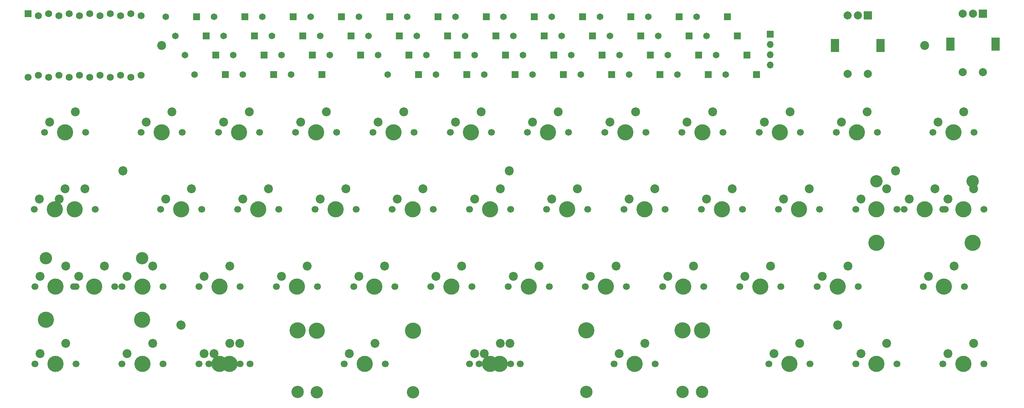
<source format=gbs>
%TF.GenerationSoftware,KiCad,Pcbnew,(6.0.0-0)*%
%TF.CreationDate,2022-06-27T19:03:58+02:00*%
%TF.ProjectId,litl,6c69746c-2e6b-4696-9361-645f70636258,rev?*%
%TF.SameCoordinates,Original*%
%TF.FileFunction,Soldermask,Bot*%
%TF.FilePolarity,Negative*%
%FSLAX46Y46*%
G04 Gerber Fmt 4.6, Leading zero omitted, Abs format (unit mm)*
G04 Created by KiCad (PCBNEW (6.0.0-0)) date 2022-06-27 19:03:58*
%MOMM*%
%LPD*%
G01*
G04 APERTURE LIST*
%ADD10C,2.200000*%
%ADD11C,1.700000*%
%ADD12C,4.000000*%
%ADD13C,1.651000*%
%ADD14R,1.651000X1.651000*%
%ADD15C,3.050000*%
%ADD16R,2.000000X3.200000*%
%ADD17R,2.000000X2.000000*%
%ADD18C,2.000000*%
%ADD19R,1.700000X1.700000*%
%ADD20O,1.700000X1.700000*%
%ADD21R,1.752600X1.752600*%
%ADD22C,1.752600*%
G04 APERTURE END LIST*
D10*
X66850000Y-105050000D03*
D11*
X110130000Y-76400000D03*
D12*
X105050000Y-76400000D03*
D11*
X99970000Y-76400000D03*
D10*
X107590000Y-71320000D03*
X101240000Y-73860000D03*
D11*
X100580000Y-95500000D03*
X90420000Y-95500000D03*
D12*
X95500000Y-95500000D03*
D10*
X98040000Y-90420000D03*
X91690000Y-92960000D03*
D13*
X103627500Y-38200000D03*
D14*
X111247500Y-38200000D03*
D10*
X62075000Y-35812500D03*
D11*
X52220000Y-95500000D03*
D12*
X57300000Y-95500000D03*
D11*
X62380000Y-95500000D03*
D10*
X59840000Y-90420000D03*
X53490000Y-92960000D03*
X52512500Y-66800000D03*
D12*
X57262500Y-103720000D03*
X45362500Y-95480000D03*
X33462500Y-103720000D03*
D11*
X50442500Y-95480000D03*
X40282500Y-95480000D03*
D15*
X33462500Y-88480000D03*
X57262500Y-88480000D03*
D10*
X47902500Y-90400000D03*
X41552500Y-92940000D03*
X66837500Y-105000000D03*
D13*
X125115000Y-33425000D03*
D14*
X132735000Y-33425000D03*
D13*
X134665000Y-28650000D03*
D14*
X142285000Y-28650000D03*
D11*
X255157500Y-76400000D03*
D12*
X260237500Y-76400000D03*
D11*
X265317500Y-76400000D03*
D10*
X262777500Y-71320000D03*
X256427500Y-73860000D03*
D13*
X67815000Y-38200000D03*
D14*
X75435000Y-38200000D03*
D11*
X185920000Y-95500000D03*
D12*
X191000000Y-95500000D03*
D11*
X196080000Y-95500000D03*
D10*
X193540000Y-90420000D03*
X187190000Y-92960000D03*
D12*
X138475000Y-57300000D03*
D11*
X143555000Y-57300000D03*
X133395000Y-57300000D03*
D10*
X141015000Y-52220000D03*
X134665000Y-54760000D03*
D11*
X212182500Y-114600000D03*
X222342500Y-114600000D03*
D12*
X217262500Y-114600000D03*
D10*
X219802500Y-109520000D03*
X213452500Y-112060000D03*
D13*
X101240000Y-33425000D03*
D14*
X108860000Y-33425000D03*
D13*
X63040000Y-28650000D03*
D14*
X70660000Y-28650000D03*
D11*
X124455000Y-57300000D03*
X114295000Y-57300000D03*
D12*
X119375000Y-57300000D03*
D10*
X121915000Y-52220000D03*
X115565000Y-54760000D03*
D13*
X172865000Y-33425000D03*
D14*
X180485000Y-33425000D03*
D11*
X166820000Y-95500000D03*
X176980000Y-95500000D03*
D12*
X171900000Y-95500000D03*
D10*
X174440000Y-90420000D03*
X168090000Y-92960000D03*
D13*
X77365000Y-33425000D03*
D14*
X84985000Y-33425000D03*
D13*
X115565000Y-38200000D03*
D14*
X123185000Y-38200000D03*
D12*
X133700000Y-95500000D03*
D11*
X138780000Y-95500000D03*
X128620000Y-95500000D03*
D10*
X136240000Y-90420000D03*
X129890000Y-92960000D03*
D15*
X238787500Y-69400000D03*
D12*
X238787500Y-84640000D03*
D11*
X245607500Y-76400000D03*
X255767500Y-76400000D03*
D12*
X262587500Y-84640000D03*
D15*
X262587500Y-69400000D03*
D12*
X250687500Y-76400000D03*
D10*
X253227500Y-71320000D03*
X246877500Y-73860000D03*
D13*
X165702500Y-42975000D03*
D14*
X173322500Y-42975000D03*
D12*
X167080000Y-106350000D03*
X190880000Y-106350000D03*
D15*
X167080000Y-121590000D03*
X190880000Y-121590000D03*
D12*
X178980000Y-114590000D03*
D11*
X173900000Y-114590000D03*
X184060000Y-114590000D03*
D10*
X181520000Y-109510000D03*
X175170000Y-112050000D03*
D11*
X148340000Y-114650000D03*
X138180000Y-114650000D03*
D12*
X143260000Y-114650000D03*
D10*
X145800000Y-109570000D03*
X139450000Y-112110000D03*
D13*
X79752500Y-38200000D03*
D14*
X87372500Y-38200000D03*
D11*
X30580000Y-76400000D03*
D12*
X35660000Y-76400000D03*
D11*
X40740000Y-76400000D03*
D10*
X38200000Y-71320000D03*
X31850000Y-73860000D03*
D12*
X176675000Y-57300000D03*
D11*
X181755000Y-57300000D03*
X171595000Y-57300000D03*
D10*
X179215000Y-52220000D03*
X172865000Y-54760000D03*
D11*
X252770000Y-57300000D03*
X262930000Y-57300000D03*
D12*
X257850000Y-57300000D03*
D10*
X260390000Y-52220000D03*
X254040000Y-54760000D03*
D13*
X201515000Y-42975000D03*
D14*
X209135000Y-42975000D03*
D13*
X86915000Y-28650000D03*
D14*
X94535000Y-28650000D03*
D10*
X243512500Y-66800000D03*
D11*
X71320000Y-95500000D03*
D12*
X76400000Y-95500000D03*
D11*
X81480000Y-95500000D03*
D10*
X78940000Y-90420000D03*
X72590000Y-92960000D03*
D13*
X196740000Y-33425000D03*
D14*
X204360000Y-33425000D03*
D11*
X119680000Y-95500000D03*
D12*
X114600000Y-95500000D03*
D11*
X109520000Y-95500000D03*
D10*
X117140000Y-90420000D03*
X110790000Y-92960000D03*
D12*
X38200000Y-57300000D03*
D11*
X33120000Y-57300000D03*
X43280000Y-57300000D03*
D10*
X40740000Y-52220000D03*
X34390000Y-54760000D03*
D12*
X81175000Y-57300000D03*
D11*
X86255000Y-57300000D03*
X76095000Y-57300000D03*
D10*
X83715000Y-52220000D03*
X77365000Y-54760000D03*
X148025000Y-66850000D03*
D13*
X127502500Y-38200000D03*
D14*
X135122500Y-38200000D03*
D13*
X187190000Y-38200000D03*
D14*
X194810000Y-38200000D03*
D13*
X158540000Y-28650000D03*
D14*
X166160000Y-28650000D03*
D12*
X57300000Y-114600000D03*
D11*
X52220000Y-114600000D03*
X62380000Y-114600000D03*
D10*
X59840000Y-109520000D03*
X53490000Y-112060000D03*
X229200000Y-105050000D03*
X52525000Y-66850000D03*
D16*
X228555400Y-35812500D03*
X239755400Y-35812500D03*
D17*
X236655400Y-28312500D03*
D18*
X231655400Y-28312500D03*
X234155400Y-28312500D03*
X231655400Y-42812500D03*
X236655400Y-42812500D03*
D12*
X214875000Y-57300000D03*
D11*
X219955000Y-57300000D03*
X209795000Y-57300000D03*
D10*
X217415000Y-52220000D03*
X211065000Y-54760000D03*
D13*
X94077500Y-42975000D03*
D14*
X101697500Y-42975000D03*
D13*
X148990000Y-33425000D03*
D14*
X156610000Y-33425000D03*
D13*
X160927500Y-33425000D03*
D14*
X168547500Y-33425000D03*
D11*
X195470000Y-76400000D03*
X205630000Y-76400000D03*
D12*
X200550000Y-76400000D03*
D10*
X203090000Y-71320000D03*
X196740000Y-73860000D03*
D12*
X181450000Y-76400000D03*
D11*
X176370000Y-76400000D03*
X186530000Y-76400000D03*
D10*
X183990000Y-71320000D03*
X177640000Y-73860000D03*
D13*
X194352500Y-28650000D03*
D14*
X201972500Y-28650000D03*
D13*
X117952500Y-42975000D03*
D14*
X125572500Y-42975000D03*
D13*
X163315000Y-38200000D03*
D14*
X170935000Y-38200000D03*
D12*
X124150000Y-76400000D03*
D11*
X129230000Y-76400000D03*
X119070000Y-76400000D03*
D10*
X126690000Y-71320000D03*
X120340000Y-73860000D03*
D11*
X80870000Y-76400000D03*
X91030000Y-76400000D03*
D12*
X85950000Y-76400000D03*
D10*
X88490000Y-71320000D03*
X82140000Y-73860000D03*
D13*
X199127500Y-38200000D03*
D14*
X206747500Y-38200000D03*
D16*
X257025000Y-35427000D03*
X268225000Y-35427000D03*
D17*
X265125000Y-27927000D03*
D18*
X260125000Y-27927000D03*
X262625000Y-27927000D03*
X260125000Y-42427000D03*
X265125000Y-42427000D03*
D10*
X229187500Y-105000000D03*
D11*
X105355000Y-57300000D03*
X95195000Y-57300000D03*
D12*
X100275000Y-57300000D03*
D10*
X102815000Y-52220000D03*
X96465000Y-54760000D03*
D13*
X98852500Y-28650000D03*
D14*
X106472500Y-28650000D03*
D10*
X243525000Y-66850000D03*
D11*
X138170000Y-76400000D03*
D12*
X143250000Y-76400000D03*
D11*
X148330000Y-76400000D03*
D10*
X145790000Y-71320000D03*
X139440000Y-73860000D03*
D11*
X265317500Y-114600000D03*
D12*
X260237500Y-114600000D03*
D11*
X255157500Y-114600000D03*
D10*
X262777500Y-109520000D03*
X256427500Y-112060000D03*
D13*
X110790000Y-28650000D03*
D14*
X118410000Y-28650000D03*
D11*
X162655000Y-57300000D03*
D12*
X157575000Y-57300000D03*
D11*
X152495000Y-57300000D03*
D10*
X160115000Y-52220000D03*
X153765000Y-54760000D03*
D13*
X137052500Y-33425000D03*
D14*
X144672500Y-33425000D03*
D11*
X167430000Y-76400000D03*
X157270000Y-76400000D03*
D12*
X162350000Y-76400000D03*
D10*
X164890000Y-71320000D03*
X158540000Y-73860000D03*
D11*
X200855000Y-57300000D03*
X190695000Y-57300000D03*
D12*
X195775000Y-57300000D03*
D10*
X198315000Y-52220000D03*
X191965000Y-54760000D03*
D11*
X30732500Y-114600000D03*
X40892500Y-114600000D03*
D12*
X35812500Y-114600000D03*
D10*
X38352500Y-109520000D03*
X32002500Y-112060000D03*
D12*
X229200000Y-95500000D03*
D11*
X224120000Y-95500000D03*
X234280000Y-95500000D03*
D10*
X231740000Y-90420000D03*
X225390000Y-92960000D03*
D12*
X145637500Y-114610000D03*
X195637500Y-106370000D03*
X95637500Y-106370000D03*
D15*
X95637500Y-121610000D03*
D11*
X150717500Y-114610000D03*
X140557500Y-114610000D03*
D15*
X195637500Y-121610000D03*
D10*
X148177500Y-109530000D03*
X141827500Y-112070000D03*
D13*
X153765000Y-42975000D03*
D14*
X161385000Y-42975000D03*
D13*
X65427500Y-33425000D03*
D14*
X73047500Y-33425000D03*
D13*
X177640000Y-42975000D03*
D14*
X185260000Y-42975000D03*
D11*
X224730000Y-76400000D03*
X214570000Y-76400000D03*
D12*
X219650000Y-76400000D03*
D10*
X222190000Y-71320000D03*
X215840000Y-73860000D03*
D19*
X212487500Y-32967500D03*
D20*
X212487500Y-35507500D03*
X212487500Y-38047500D03*
X212487500Y-40587500D03*
D11*
X233670000Y-114600000D03*
X243830000Y-114600000D03*
D12*
X238750000Y-114600000D03*
D10*
X241290000Y-109520000D03*
X234940000Y-112060000D03*
D12*
X78787500Y-114600000D03*
D11*
X83867500Y-114600000D03*
X73707500Y-114600000D03*
D10*
X81327500Y-109520000D03*
X74977500Y-112060000D03*
D13*
X184802500Y-33425000D03*
D14*
X192422500Y-33425000D03*
D11*
X81480000Y-114600000D03*
D12*
X76400000Y-114600000D03*
D11*
X71320000Y-114600000D03*
D10*
X78940000Y-109520000D03*
X72590000Y-112060000D03*
D11*
X205020000Y-95500000D03*
X215180000Y-95500000D03*
D12*
X210100000Y-95500000D03*
D10*
X212640000Y-90420000D03*
X206290000Y-92960000D03*
D12*
X100410000Y-106378000D03*
D11*
X107230000Y-114618000D03*
D12*
X124210000Y-106378000D03*
D15*
X100410000Y-121618000D03*
X124210000Y-121618000D03*
D12*
X112310000Y-114618000D03*
D11*
X117390000Y-114618000D03*
D10*
X114850000Y-109538000D03*
X108500000Y-112078000D03*
D13*
X70202500Y-42975000D03*
D14*
X77822500Y-42975000D03*
D10*
X148012500Y-66800000D03*
D13*
X129890000Y-42975000D03*
D14*
X137510000Y-42975000D03*
D11*
X56995000Y-57300000D03*
D12*
X62075000Y-57300000D03*
D11*
X67155000Y-57300000D03*
D10*
X64615000Y-52220000D03*
X58265000Y-54760000D03*
D13*
X74977500Y-28650000D03*
D14*
X82597500Y-28650000D03*
D13*
X113177500Y-33425000D03*
D14*
X120797500Y-33425000D03*
D13*
X82140000Y-42975000D03*
D14*
X89760000Y-42975000D03*
D12*
X255462500Y-95500000D03*
D11*
X250382500Y-95500000D03*
X260542500Y-95500000D03*
D10*
X258002500Y-90420000D03*
X251652500Y-92960000D03*
D11*
X147720000Y-95500000D03*
D12*
X152800000Y-95500000D03*
D11*
X157880000Y-95500000D03*
D10*
X155340000Y-90420000D03*
X148990000Y-92960000D03*
D13*
X170477500Y-28650000D03*
D14*
X178097500Y-28650000D03*
D13*
X141827500Y-42975000D03*
D14*
X149447500Y-42975000D03*
D10*
X66837500Y-105000000D03*
D13*
X151377500Y-38200000D03*
D14*
X158997500Y-38200000D03*
D13*
X91690000Y-38200000D03*
D14*
X99310000Y-38200000D03*
D12*
X35812500Y-95500000D03*
D11*
X40892500Y-95500000D03*
X30732500Y-95500000D03*
D10*
X38352500Y-90420000D03*
X32002500Y-92960000D03*
D13*
X139440000Y-38200000D03*
D14*
X147060000Y-38200000D03*
D11*
X228895000Y-57300000D03*
D12*
X233975000Y-57300000D03*
D11*
X239055000Y-57300000D03*
D10*
X236515000Y-52220000D03*
X230165000Y-54760000D03*
D13*
X89302500Y-33425000D03*
D14*
X96922500Y-33425000D03*
D13*
X182415000Y-28650000D03*
D14*
X190035000Y-28650000D03*
D12*
X66850000Y-76400000D03*
D11*
X71930000Y-76400000D03*
X61770000Y-76400000D03*
D10*
X69390000Y-71320000D03*
X63040000Y-73860000D03*
D13*
X122727500Y-28650000D03*
D14*
X130347500Y-28650000D03*
D10*
X250687500Y-35812500D03*
D13*
X146602500Y-28650000D03*
D14*
X154222500Y-28650000D03*
D13*
X175252500Y-38200000D03*
D14*
X182872500Y-38200000D03*
D13*
X189577500Y-42975000D03*
D14*
X197197500Y-42975000D03*
D11*
X35507500Y-76400000D03*
X45667500Y-76400000D03*
D12*
X40587500Y-76400000D03*
D10*
X43127500Y-71320000D03*
X36777500Y-73860000D03*
D11*
X243830000Y-76400000D03*
D12*
X238750000Y-76400000D03*
D11*
X233670000Y-76400000D03*
D10*
X241290000Y-71320000D03*
X234940000Y-73860000D03*
D21*
X29005000Y-27963900D03*
D22*
X31545000Y-28421100D03*
X34085000Y-27963900D03*
X36625000Y-28421100D03*
X39165000Y-27963900D03*
X41705000Y-28421100D03*
X44245000Y-27963900D03*
X46785000Y-28421100D03*
X49325000Y-27963900D03*
X51865000Y-28421100D03*
X54405000Y-27963900D03*
X56945000Y-28421100D03*
X56945000Y-43203900D03*
X54405000Y-43661100D03*
X51865000Y-43203900D03*
X49325000Y-43661100D03*
X46785000Y-43203900D03*
X44245000Y-43661100D03*
X41705000Y-43203900D03*
X39165000Y-43661100D03*
X36625000Y-43203900D03*
X34085000Y-43661100D03*
X31545000Y-43203900D03*
X29005000Y-43661100D03*
M02*

</source>
